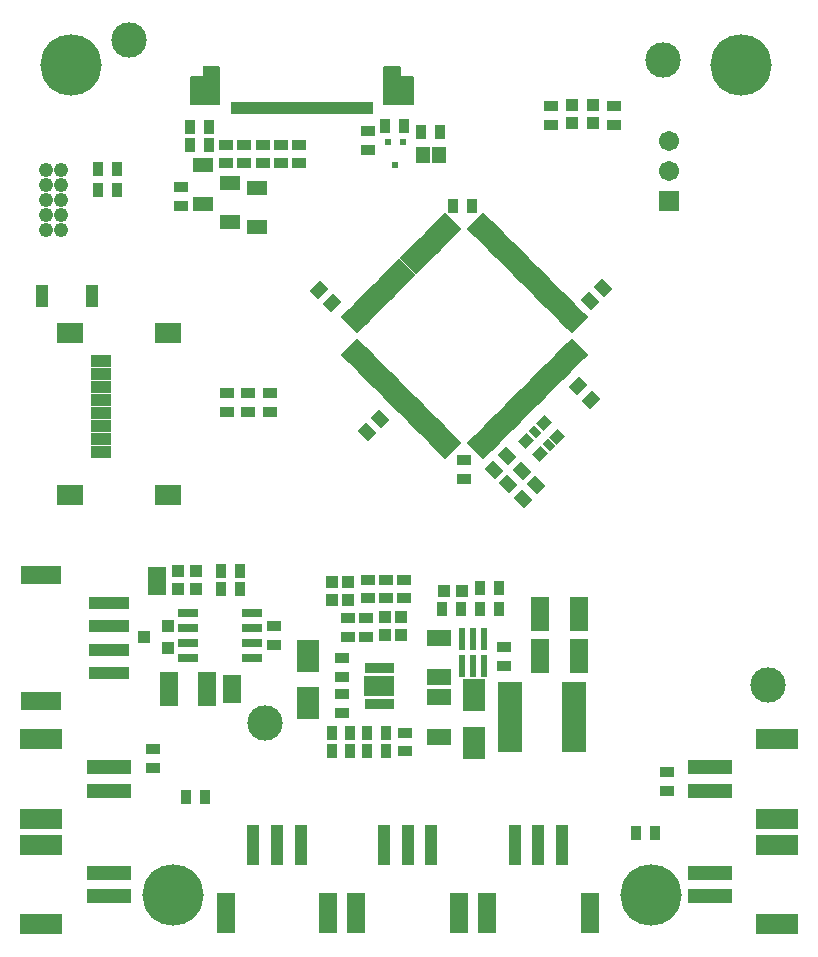
<source format=gts>
G04*
G04 #@! TF.GenerationSoftware,Altium Limited,Altium Designer,21.5.1 (32)*
G04*
G04 Layer_Color=8388736*
%FSLAX44Y44*%
%MOMM*%
G71*
G04*
G04 #@! TF.SameCoordinates,B68859E6-8F99-4948-AC01-CAA0BB4B992E*
G04*
G04*
G04 #@! TF.FilePolarity,Negative*
G04*
G01*
G75*
%ADD20R,3.4000X1.5000*%
%ADD21R,3.5000X1.0000*%
%ADD27R,0.6121X1.8544*%
G04:AMPARAMS|DCode=39|XSize=0.85mm|YSize=0.6mm|CornerRadius=0mm|HoleSize=0mm|Usage=FLASHONLY|Rotation=135.000|XOffset=0mm|YOffset=0mm|HoleType=Round|Shape=Rectangle|*
%AMROTATEDRECTD39*
4,1,4,0.5127,-0.0884,0.0884,-0.5127,-0.5127,0.0884,-0.0884,0.5127,0.5127,-0.0884,0.0*
%
%ADD39ROTATEDRECTD39*%

%ADD43R,1.5000X3.4000*%
%ADD44R,1.0000X3.5000*%
%ADD45R,1.1544X1.3562*%
%ADD46R,0.4700X0.6000*%
%ADD49R,1.5240X2.4154*%
G04:AMPARAMS|DCode=50|XSize=0.5032mm|YSize=2.0032mm|CornerRadius=0mm|HoleSize=0mm|Usage=FLASHONLY|Rotation=225.000|XOffset=0mm|YOffset=0mm|HoleType=Round|Shape=Rectangle|*
%AMROTATEDRECTD50*
4,1,4,-0.5303,0.8862,0.8862,-0.5303,0.5303,-0.8862,-0.8862,0.5303,-0.5303,0.8862,0.0*
%
%ADD50ROTATEDRECTD50*%

G04:AMPARAMS|DCode=51|XSize=0.5032mm|YSize=2.0032mm|CornerRadius=0mm|HoleSize=0mm|Usage=FLASHONLY|Rotation=135.000|XOffset=0mm|YOffset=0mm|HoleType=Round|Shape=Rectangle|*
%AMROTATEDRECTD51*
4,1,4,0.8862,0.5303,-0.5303,-0.8862,-0.8862,-0.5303,0.5303,0.8862,0.8862,0.5303,0.0*
%
%ADD51ROTATEDRECTD51*%

%ADD52C,3.0000*%
%ADD53R,3.6032X1.7032*%
%ADD54R,3.7032X1.2032*%
%ADD55R,2.0066X1.3970*%
%ADD56R,2.0032X5.9032*%
%ADD57R,1.9032X2.7032*%
%ADD58R,1.5032X3.0032*%
%ADD59R,0.9652X1.2192*%
%ADD60R,1.2192X0.9652*%
%ADD61R,1.0922X1.0922*%
G04:AMPARAMS|DCode=62|XSize=0.9652mm|YSize=1.2192mm|CornerRadius=0mm|HoleSize=0mm|Usage=FLASHONLY|Rotation=135.000|XOffset=0mm|YOffset=0mm|HoleType=Round|Shape=Rectangle|*
%AMROTATEDRECTD62*
4,1,4,0.7723,0.0898,-0.0898,-0.7723,-0.7723,-0.0898,0.0898,0.7723,0.7723,0.0898,0.0*
%
%ADD62ROTATEDRECTD62*%

%ADD63R,1.0922X1.9812*%
%ADD64R,1.7532X0.8032*%
%ADD65R,1.0922X1.0922*%
G04:AMPARAMS|DCode=66|XSize=0.9652mm|YSize=1.2192mm|CornerRadius=0mm|HoleSize=0mm|Usage=FLASHONLY|Rotation=45.000|XOffset=0mm|YOffset=0mm|HoleType=Round|Shape=Rectangle|*
%AMROTATEDRECTD66*
4,1,4,0.0898,-0.7723,-0.7723,0.0898,-0.0898,0.7723,0.7723,-0.0898,0.0898,-0.7723,0.0*
%
%ADD66ROTATEDRECTD66*%

%ADD67R,0.5032X0.9532*%
%ADD68R,2.6032X1.8032*%
%ADD69R,1.7032X1.0032*%
%ADD70R,2.2032X1.6532*%
G04:AMPARAMS|DCode=71|XSize=0.85mm|YSize=1mm|CornerRadius=0mm|HoleSize=0mm|Usage=FLASHONLY|Rotation=135.000|XOffset=0mm|YOffset=0mm|HoleType=Round|Shape=Rectangle|*
%AMROTATEDRECTD71*
4,1,4,0.6541,0.0530,-0.0530,-0.6541,-0.6541,-0.0530,0.0530,0.6541,0.6541,0.0530,0.0*
%
%ADD71ROTATEDRECTD71*%

%ADD72R,1.4732X0.9652*%
%ADD73R,0.5032X1.0032*%
%ADD74R,1.2032X1.2032*%
%ADD75R,1.1032X1.0032*%
%ADD76R,1.7272X1.2192*%
%ADD77C,1.2192*%
%ADD78R,1.7032X1.7032*%
%ADD79C,1.7032*%
%ADD80C,5.2000*%
G36*
X224775Y782329D02*
X224906Y782303D01*
X225032Y782261D01*
X225152Y782202D01*
X225262Y782128D01*
X225362Y782040D01*
X225450Y781940D01*
X225524Y781829D01*
X225583Y781710D01*
X225626Y781583D01*
X225652Y781453D01*
X225661Y781320D01*
Y750820D01*
X225652Y750687D01*
X225626Y750556D01*
X225583Y750430D01*
X225524Y750311D01*
X225450Y750200D01*
X225362Y750100D01*
X225262Y750012D01*
X225152Y749938D01*
X225032Y749879D01*
X224906Y749837D01*
X224775Y749810D01*
X224643Y749802D01*
X200643D01*
X200510Y749810D01*
X200379Y749837D01*
X200253Y749879D01*
X200133Y749938D01*
X200023Y750012D01*
X199923Y750100D01*
X199835Y750200D01*
X199761Y750311D01*
X199702Y750430D01*
X199659Y750556D01*
X199633Y750687D01*
X199624Y750820D01*
Y772820D01*
X199633Y772953D01*
X199659Y773083D01*
X199702Y773210D01*
X199761Y773329D01*
X199835Y773440D01*
X199923Y773540D01*
X200023Y773628D01*
X200133Y773702D01*
X200253Y773761D01*
X200379Y773803D01*
X200510Y773829D01*
X200643Y773838D01*
X210624D01*
Y781320D01*
X210633Y781453D01*
X210659Y781583D01*
X210702Y781710D01*
X210761Y781829D01*
X210835Y781940D01*
X210923Y782040D01*
X211023Y782128D01*
X211133Y782202D01*
X211253Y782261D01*
X211379Y782303D01*
X211510Y782329D01*
X211642Y782338D01*
X224643D01*
X224775Y782329D01*
D02*
G37*
G36*
X377775D02*
X377906Y782303D01*
X378032Y782261D01*
X378152Y782202D01*
X378262Y782128D01*
X378362Y782040D01*
X378450Y781940D01*
X378524Y781829D01*
X378583Y781710D01*
X378626Y781583D01*
X378652Y781453D01*
X378661Y781320D01*
Y773838D01*
X388643D01*
X388775Y773829D01*
X388906Y773803D01*
X389032Y773761D01*
X389151Y773702D01*
X389262Y773628D01*
X389362Y773540D01*
X389450Y773440D01*
X389524Y773329D01*
X389583Y773210D01*
X389626Y773083D01*
X389652Y772953D01*
X389661Y772820D01*
Y750820D01*
X389652Y750687D01*
X389626Y750556D01*
X389583Y750430D01*
X389524Y750311D01*
X389450Y750200D01*
X389362Y750100D01*
X389262Y750012D01*
X389151Y749938D01*
X389032Y749879D01*
X388906Y749837D01*
X388775Y749810D01*
X388643Y749802D01*
X364642D01*
X364510Y749810D01*
X364379Y749837D01*
X364253Y749879D01*
X364133Y749938D01*
X364023Y750012D01*
X363923Y750100D01*
X363835Y750200D01*
X363761Y750311D01*
X363702Y750430D01*
X363659Y750556D01*
X363633Y750687D01*
X363624Y750820D01*
Y781320D01*
X363633Y781453D01*
X363659Y781583D01*
X363702Y781710D01*
X363761Y781829D01*
X363835Y781940D01*
X363923Y782040D01*
X364023Y782128D01*
X364133Y782202D01*
X364253Y782261D01*
X364379Y782303D01*
X364510Y782329D01*
X364642Y782338D01*
X377643D01*
X377775Y782329D01*
D02*
G37*
D20*
X73651Y351961D02*
D03*
Y244961D02*
D03*
D21*
X131151Y268461D02*
D03*
Y288461D02*
D03*
Y308461D02*
D03*
Y328461D02*
D03*
D27*
X449190Y297487D02*
D03*
X439690D02*
D03*
X430190D02*
D03*
Y274482D02*
D03*
X439690D02*
D03*
X449190D02*
D03*
D39*
X503610Y461470D02*
D03*
X492296Y472783D02*
D03*
D43*
X451477Y65642D02*
D03*
X538477D02*
D03*
X340816D02*
D03*
X427817D02*
D03*
X230156D02*
D03*
X317156D02*
D03*
D44*
X514977Y123142D02*
D03*
X494977D02*
D03*
X474977D02*
D03*
X404316D02*
D03*
X384316D02*
D03*
X364316D02*
D03*
X293656D02*
D03*
X273656D02*
D03*
X253656D02*
D03*
D45*
X410683Y707284D02*
D03*
X397165D02*
D03*
D46*
X380388Y718160D02*
D03*
X367388D02*
D03*
X373888Y699160D02*
D03*
D49*
X172212Y347079D02*
D03*
X235712Y255639D02*
D03*
D50*
X443268Y458415D02*
D03*
X446804Y461951D02*
D03*
X450339Y465486D02*
D03*
X453875Y469022D02*
D03*
X457410Y472557D02*
D03*
X460946Y476093D02*
D03*
X464481Y479628D02*
D03*
X468017Y483164D02*
D03*
X471552Y486699D02*
D03*
X475088Y490235D02*
D03*
X478624Y493770D02*
D03*
X482159Y497306D02*
D03*
X485695Y500841D02*
D03*
X489230Y504377D02*
D03*
X492766Y507912D02*
D03*
X496301Y511448D02*
D03*
X499837Y514984D02*
D03*
X503372Y518519D02*
D03*
X506908Y522055D02*
D03*
X510443Y525590D02*
D03*
X513979Y529126D02*
D03*
X517514Y532661D02*
D03*
X521050Y536197D02*
D03*
X524585Y539732D02*
D03*
X528121Y543268D02*
D03*
X421348Y650041D02*
D03*
X417812Y646505D02*
D03*
X414277Y642970D02*
D03*
X410741Y639434D02*
D03*
X407206Y635899D02*
D03*
X403670Y632363D02*
D03*
X400135Y628828D02*
D03*
X396599Y625292D02*
D03*
X393064Y621757D02*
D03*
X389528Y618221D02*
D03*
X385993Y614686D02*
D03*
X382457Y611150D02*
D03*
X378921Y607615D02*
D03*
X375386Y604079D02*
D03*
X371850Y600544D02*
D03*
X368315Y597008D02*
D03*
X364779Y593472D02*
D03*
X361244Y589937D02*
D03*
X357708Y586401D02*
D03*
X354173Y582866D02*
D03*
X350637Y579330D02*
D03*
X347102Y575795D02*
D03*
X343566Y572259D02*
D03*
X340031Y568724D02*
D03*
X336495Y565188D02*
D03*
D51*
X528121D02*
D03*
X524585Y568724D02*
D03*
X521050Y572259D02*
D03*
X517514Y575795D02*
D03*
X513979Y579330D02*
D03*
X510443Y582866D02*
D03*
X506908Y586401D02*
D03*
X503372Y589937D02*
D03*
X499837Y593472D02*
D03*
X496301Y597008D02*
D03*
X492766Y600544D02*
D03*
X489230Y604079D02*
D03*
X485695Y607615D02*
D03*
X482159Y611150D02*
D03*
X478624Y614686D02*
D03*
X475088Y618221D02*
D03*
X471552Y621757D02*
D03*
X468017Y625292D02*
D03*
X464481Y628828D02*
D03*
X460946Y632363D02*
D03*
X457410Y635899D02*
D03*
X453875Y639434D02*
D03*
X450339Y642970D02*
D03*
X446804Y646505D02*
D03*
X443268Y650041D02*
D03*
X336495Y543268D02*
D03*
X340031Y539732D02*
D03*
X343566Y536197D02*
D03*
X347102Y532661D02*
D03*
X350637Y529126D02*
D03*
X354173Y525590D02*
D03*
X357708Y522055D02*
D03*
X361244Y518519D02*
D03*
X364779Y514984D02*
D03*
X368315Y511448D02*
D03*
X371850Y507912D02*
D03*
X375386Y504377D02*
D03*
X378921Y500841D02*
D03*
X382457Y497306D02*
D03*
X385993Y493770D02*
D03*
X389528Y490235D02*
D03*
X393064Y486699D02*
D03*
X396599Y483164D02*
D03*
X400135Y479628D02*
D03*
X403670Y476093D02*
D03*
X407206Y472557D02*
D03*
X410741Y469022D02*
D03*
X414277Y465486D02*
D03*
X417812Y461951D02*
D03*
X421348Y458415D02*
D03*
D52*
X263698Y226882D02*
D03*
X689102Y258572D02*
D03*
X600456Y787400D02*
D03*
X148048Y804322D02*
D03*
D53*
X73667Y56158D02*
D03*
Y123158D02*
D03*
X697370Y212570D02*
D03*
Y145570D02*
D03*
Y56158D02*
D03*
Y123158D02*
D03*
X73667Y212570D02*
D03*
Y145570D02*
D03*
D54*
X131167Y79658D02*
D03*
Y99658D02*
D03*
X639870Y189070D02*
D03*
Y169070D02*
D03*
Y79658D02*
D03*
Y99658D02*
D03*
X131167Y189070D02*
D03*
Y169070D02*
D03*
D55*
X410928Y214529D02*
D03*
Y248099D02*
D03*
Y298765D02*
D03*
Y265196D02*
D03*
D56*
X470618Y231434D02*
D03*
X525228D02*
D03*
D57*
X440392Y209911D02*
D03*
Y249910D02*
D03*
X300034Y243144D02*
D03*
Y283144D02*
D03*
D58*
X496528Y318944D02*
D03*
X529036D02*
D03*
X496528Y283384D02*
D03*
X529036D02*
D03*
X181866Y255524D02*
D03*
X214374D02*
D03*
D59*
X413214Y322814D02*
D03*
X429082D02*
D03*
X445726Y323069D02*
D03*
X461594D02*
D03*
X445634Y340594D02*
D03*
X461502D02*
D03*
X319824Y202752D02*
D03*
X335692D02*
D03*
X137884Y677860D02*
D03*
X122016D02*
D03*
X137884Y695603D02*
D03*
X122016D02*
D03*
X366084Y217992D02*
D03*
X350216D02*
D03*
X226127Y355056D02*
D03*
X241995D02*
D03*
X242002Y339804D02*
D03*
X226134D02*
D03*
X319824Y217992D02*
D03*
X335692D02*
D03*
X350216Y202752D02*
D03*
X366084D02*
D03*
X423104Y663956D02*
D03*
X438972D02*
D03*
X395922Y726433D02*
D03*
X411790D02*
D03*
X381301Y732341D02*
D03*
X365433D02*
D03*
X212718Y163576D02*
D03*
X196850D02*
D03*
X593658Y133350D02*
D03*
X577790D02*
D03*
X215960Y731012D02*
D03*
X200092D02*
D03*
X215768Y715744D02*
D03*
X199900D02*
D03*
D60*
X466046Y290557D02*
D03*
Y274688D02*
D03*
X505329Y732887D02*
D03*
Y748755D02*
D03*
X558707D02*
D03*
Y732887D02*
D03*
X348802Y299660D02*
D03*
Y315528D02*
D03*
X328736Y281296D02*
D03*
Y265428D02*
D03*
X271526Y292548D02*
D03*
Y308416D02*
D03*
X261508Y700319D02*
D03*
Y716187D02*
D03*
X292009Y700319D02*
D03*
Y716187D02*
D03*
X276741Y700319D02*
D03*
Y716187D02*
D03*
X603826Y169129D02*
D03*
Y184997D02*
D03*
X432131Y433257D02*
D03*
Y449125D02*
D03*
X230999Y489605D02*
D03*
Y505474D02*
D03*
X249225Y489605D02*
D03*
Y505474D02*
D03*
X267734Y489605D02*
D03*
Y505474D02*
D03*
X365604Y347784D02*
D03*
Y331916D02*
D03*
X380909Y347784D02*
D03*
Y331916D02*
D03*
X350326Y347786D02*
D03*
Y331918D02*
D03*
X333562Y299660D02*
D03*
Y315528D02*
D03*
X381671Y218306D02*
D03*
Y202438D02*
D03*
X168351Y204410D02*
D03*
Y188542D02*
D03*
X328736Y250816D02*
D03*
Y234948D02*
D03*
X350637Y727487D02*
D03*
Y711620D02*
D03*
X192278Y680018D02*
D03*
Y664150D02*
D03*
X230743Y716095D02*
D03*
Y700227D02*
D03*
X246126Y716086D02*
D03*
Y700218D02*
D03*
D61*
X430426Y338308D02*
D03*
X415186D02*
D03*
X205009Y339502D02*
D03*
X189769D02*
D03*
Y355056D02*
D03*
X205009D02*
D03*
D62*
X539616Y500228D02*
D03*
X528395Y511448D02*
D03*
X309096Y593366D02*
D03*
X320316Y582146D02*
D03*
D63*
X117012Y588226D02*
D03*
X75012D02*
D03*
D64*
X252293Y281450D02*
D03*
Y294149D02*
D03*
Y306849D02*
D03*
Y319550D02*
D03*
X198293Y281450D02*
D03*
Y294149D02*
D03*
Y306849D02*
D03*
Y319550D02*
D03*
D65*
X541072Y749816D02*
D03*
Y734576D02*
D03*
X523279Y749816D02*
D03*
Y734576D02*
D03*
X364819Y315976D02*
D03*
Y300736D02*
D03*
X378266Y315976D02*
D03*
Y300736D02*
D03*
X334070Y345694D02*
D03*
Y330454D02*
D03*
X320100Y345694D02*
D03*
Y330454D02*
D03*
D66*
X469625Y428664D02*
D03*
X480845Y439884D02*
D03*
X493299Y427738D02*
D03*
X482079Y416518D02*
D03*
X468672Y452138D02*
D03*
X457451Y440918D02*
D03*
X360983Y484107D02*
D03*
X349762Y472887D02*
D03*
X549678Y595144D02*
D03*
X538458Y583924D02*
D03*
D67*
X350351Y242868D02*
D03*
X355351D02*
D03*
X360351D02*
D03*
X365351D02*
D03*
X370351D02*
D03*
Y272868D02*
D03*
X365351D02*
D03*
X360351D02*
D03*
X355351D02*
D03*
X350351D02*
D03*
D68*
X360351Y257868D02*
D03*
D69*
X124264Y532884D02*
D03*
Y521884D02*
D03*
Y510884D02*
D03*
Y499884D02*
D03*
Y488884D02*
D03*
Y477884D02*
D03*
Y466884D02*
D03*
Y455884D02*
D03*
D70*
X98264Y419184D02*
D03*
Y556684D02*
D03*
X181264Y419184D02*
D03*
Y556684D02*
D03*
D71*
X496185Y454045D02*
D03*
X511035Y468894D02*
D03*
X499721Y480208D02*
D03*
X484872Y465359D02*
D03*
D72*
X172212Y340106D02*
D03*
Y354076D02*
D03*
X235712Y248666D02*
D03*
Y262636D02*
D03*
D73*
X247143Y746820D02*
D03*
X352142D02*
D03*
X347142D02*
D03*
X342142D02*
D03*
X337142D02*
D03*
X332142D02*
D03*
X327142D02*
D03*
X322142D02*
D03*
X317143D02*
D03*
X312143D02*
D03*
X307143D02*
D03*
X302143D02*
D03*
X297143D02*
D03*
X292143D02*
D03*
X287143D02*
D03*
X282143D02*
D03*
X277143D02*
D03*
X272143D02*
D03*
X267143D02*
D03*
X262143D02*
D03*
X257143D02*
D03*
X252143D02*
D03*
X242143D02*
D03*
X237143D02*
D03*
D74*
X377137Y762820D02*
D03*
X212143D02*
D03*
D75*
X161196Y299466D02*
D03*
X181196Y289966D02*
D03*
Y308966D02*
D03*
D76*
X256636Y679071D02*
D03*
Y646051D02*
D03*
X233796Y650832D02*
D03*
Y683852D02*
D03*
X211328Y665988D02*
D03*
Y699008D02*
D03*
D77*
X78486Y669604D02*
D03*
X91186D02*
D03*
Y656904D02*
D03*
X78486D02*
D03*
Y644204D02*
D03*
X91186D02*
D03*
Y682304D02*
D03*
X78486D02*
D03*
Y695004D02*
D03*
X91186D02*
D03*
D78*
X605882Y668674D02*
D03*
D79*
Y694074D02*
D03*
Y719474D02*
D03*
D80*
X99365Y783302D02*
D03*
X666842D02*
D03*
X185674Y81026D02*
D03*
X590296D02*
D03*
M02*

</source>
